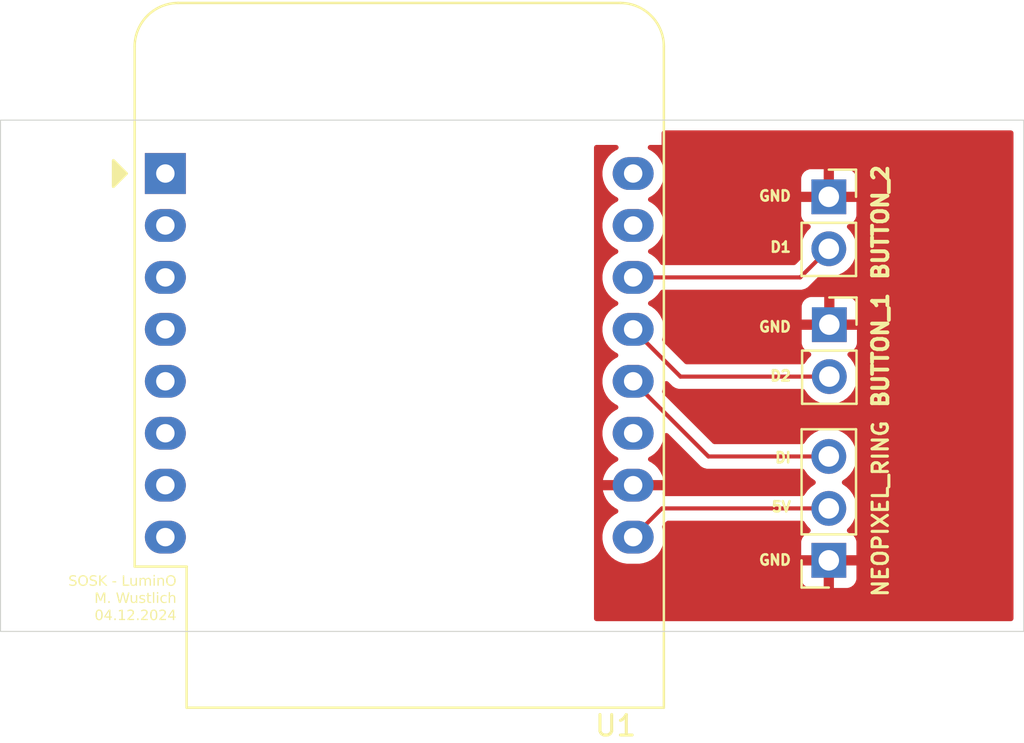
<source format=kicad_pcb>
(kicad_pcb (version 20240108) (generator "pcbnew") (generator_version "8.0")
  (layers (0 "F.Cu" signal) (31 "B.Cu" signal) (34 "B.Paste" user) (35 "F.Paste" user) (36 "B.SilkS" user "B.Silkscreen") (37 "F.SilkS" user "F.Silkscreen") (38 "B.Mask" user) (39 "F.Mask" user) (44 "Edge.Cuts" user))
  (net 0 "")
  (net 1 "Net-(J1-Pin_2)")
  (net 13 "GND")
  (net 14 "Net-(J1-Pin_3)")
  (net 15 "Net-(J2-Pin_2)")
  (net 16 "Net-(J3-Pin_2)")
  (footprint "Connector_PinSocket_2.54mm:PinSocket_1x02_P2.54mm_Vertical" (layer "F.Cu") (at 153.475 79.75)
    (property "Reference" "BUTTON_2" (at 2.525 1.25 90) (layer "F.SilkS") (effects (font (size 0.75 0.75) (thickness 0.1875) (bold yes))))
    (property "Value" "Conn_01x02_Socket")
    (fp_line (start -1.33 1.27) (end -1.33 3.87) (stroke (width 0.12)) (layer "F.SilkS"))
    (fp_line (start -1.33 1.27) (end 1.33 1.27) (stroke (width 0.12)) (layer "F.SilkS"))
    (fp_line (start -1.33 3.87) (end 1.33 3.87) (stroke (width 0.12)) (layer "F.SilkS"))
    (fp_line (start 0 -1.33) (end 1.33 -1.33) (stroke (width 0.12)) (layer "F.SilkS"))
    (fp_line (start 1.33 -1.33) (end 1.33 0) (stroke (width 0.12)) (layer "F.SilkS"))
    (fp_line (start 1.33 1.27) (end 1.33 3.87) (stroke (width 0.12)) (layer "F.SilkS"))
    (pad "1" thru_hole rect (at 0 0) (size 1.7 1.7) (drill 1) (layers "*.Cu" "*.Mask") (net 13 "GND"))
    (pad "2" thru_hole oval (at 0 2.54) (size 1.7 1.7) (drill 1) (layers "*.Cu" "*.Mask") (net 15 "Net-(J2-Pin_2)"))
  )
  (footprint "RF_Module:WEMOS_D1_mini_light" (layer "F.Cu") (at 121.055 78.61)
    (property "Reference" "U1" (at 22 27 0) (layer "F.SilkS"))
    (property "Value" "WEMOS_D1_mini")
    (fp_line (start -1.5 19.22) (end -1.5 -6.21) (stroke (width 0.12)) (layer "F.SilkS"))
    (fp_line (start -1.5 19.22) (end 1.04 19.22) (stroke (width 0.12)) (layer "F.SilkS"))
    (fp_line (start 1.04 19.22) (end 1.04 26.12) (stroke (width 0.12)) (layer "F.SilkS"))
    (fp_line (start 1.04 26.12) (end 24.36 26.12) (stroke (width 0.12)) (layer "F.SilkS"))
    (fp_line (start 22.24 -8.34) (end 0.63 -8.34) (stroke (width 0.12)) (layer "F.SilkS"))
    (fp_line (start 24.36 26.12) (end 24.36 -6.21) (stroke (width 0.12)) (layer "F.SilkS"))
    (fp_arc (start -1.5 -6.21) (mid -0.876137 -7.716137) (end 0.63 -8.34) (stroke (width 0.12)) (layer "F.SilkS"))
    (fp_arc (start 22.23 -8.34) (mid 23.736137 -7.716137) (end 24.36 -6.21) (stroke (width 0.12)) (layer "F.SilkS"))
    (fp_poly (pts (xy -2.54 -0.635) (xy -2.54 0.635) (xy -1.905 0)) (stroke (width 0.15)) (fill solid) (layer "F.SilkS"))
    (pad "1" thru_hole rect (at 0 0) (size 2 2) (drill 0.9) (layers "*.Cu" "*.Mask"))
    (pad "2" thru_hole oval (at 0 2.54) (size 2 1.6) (drill 0.9) (layers "*.Cu" "*.Mask"))
    (pad "3" thru_hole oval (at 0 5.08) (size 2 1.6) (drill 0.9) (layers "*.Cu" "*.Mask"))
    (pad "4" thru_hole oval (at 0 7.62) (size 2 1.6) (drill 0.9) (layers "*.Cu" "*.Mask"))
    (pad "5" thru_hole oval (at 0 10.16) (size 2 1.6) (drill 0.9) (layers "*.Cu" "*.Mask"))
    (pad "6" thru_hole oval (at 0 12.7) (size 2 1.6) (drill 0.9) (layers "*.Cu" "*.Mask"))
    (pad "7" thru_hole oval (at 0 15.24) (size 2 1.6) (drill 0.9) (layers "*.Cu" "*.Mask"))
    (pad "8" thru_hole oval (at 0 17.78) (size 2 1.6) (drill 0.9) (layers "*.Cu" "*.Mask"))
    (pad "9" thru_hole oval (at 22.86 17.78) (size 2 1.6) (drill 0.9) (layers "*.Cu" "*.Mask") (net 1 "Net-(J1-Pin_2)"))
    (pad "10" thru_hole oval (at 22.86 15.24) (size 2 1.6) (drill 0.9) (layers "*.Cu" "*.Mask") (net 13 "GND"))
    (pad "11" thru_hole oval (at 22.86 12.7) (size 2 1.6) (drill 0.9) (layers "*.Cu" "*.Mask"))
    (pad "12" thru_hole oval (at 22.86 10.16) (size 2 1.6) (drill 0.9) (layers "*.Cu" "*.Mask") (net 14 "Net-(J1-Pin_3)"))
    (pad "13" thru_hole oval (at 22.86 7.62) (size 2 1.6) (drill 0.9) (layers "*.Cu" "*.Mask") (net 16 "Net-(J3-Pin_2)"))
    (pad "14" thru_hole oval (at 22.86 5.08) (size 2 1.6) (drill 0.9) (layers "*.Cu" "*.Mask") (net 15 "Net-(J2-Pin_2)"))
    (pad "15" thru_hole oval (at 22.86 2.54) (size 2 1.6) (drill 0.9) (layers "*.Cu" "*.Mask"))
    (pad "16" thru_hole oval (at 22.86 0) (size 2 1.6) (drill 0.9) (layers "*.Cu" "*.Mask"))
    (zone (net 0) (net_name "") (layers "F&B.Cu" "Dwgs.User") (name "No Copper") (connect_pads (clearance 0)) (min_thickness 0.25)
      (keepout (tracks not_allowed) (vias not_allowed) (pads not_allowed) (copperpour not_allowed) (footprints not_allowed))
      (fill (thermal_gap 0.5) (thermal_bridge_width 0.5))
      (polygon (pts (xy 119.705 70.41) (xy 145.305 70.41) (xy 145.305 77.21) (xy 119.705 77.21)))
    )
  )
  (footprint "Connector_PinSocket_2.54mm:PinSocket_1x02_P2.54mm_Vertical" (layer "F.Cu") (at 153.5 86)
    (property "Reference" "BUTTON_1" (at 2.5 1.25 90) (layer "F.SilkS") (effects (font (size 0.75 0.75) (thickness 0.1875) (bold yes))))
    (property "Value" "Conn_01x02_Socket")
    (fp_line (start -1.33 1.27) (end -1.33 3.87) (stroke (width 0.12)) (layer "F.SilkS"))
    (fp_line (start -1.33 1.27) (end 1.33 1.27) (stroke (width 0.12)) (layer "F.SilkS"))
    (fp_line (start -1.33 3.87) (end 1.33 3.87) (stroke (width 0.12)) (layer "F.SilkS"))
    (fp_line (start 0 -1.33) (end 1.33 -1.33) (stroke (width 0.12)) (layer "F.SilkS"))
    (fp_line (start 1.33 -1.33) (end 1.33 0) (stroke (width 0.12)) (layer "F.SilkS"))
    (fp_line (start 1.33 1.27) (end 1.33 3.87) (stroke (width 0.12)) (layer "F.SilkS"))
    (pad "1" thru_hole rect (at 0 0) (size 1.7 1.7) (drill 1) (layers "*.Cu" "*.Mask") (net 13 "GND"))
    (pad "2" thru_hole oval (at 0 2.54) (size 1.7 1.7) (drill 1) (layers "*.Cu" "*.Mask") (net 16 "Net-(J3-Pin_2)"))
  )
  (footprint "Connector_PinSocket_2.54mm:PinSocket_1x03_P2.54mm_Vertical" (layer "F.Cu") (at 153.475 97.525 180)
    (property "Reference" "NEOPIXEL_RING" (at -2.525 2.525 90) (layer "F.SilkS") (effects (font (size 0.75 0.75) (thickness 0.15) (bold yes))))
    (property "Value" "Conn_01x03_Socket" (hide yes))
    (fp_line (start 1.33 1.27) (end 1.33 6.41) (stroke (width 0.12)) (layer "F.SilkS"))
    (fp_line (start 1.33 -1.33) (end 1.33 0) (stroke (width 0.12)) (layer "F.SilkS"))
    (fp_line (start 0 -1.33) (end 1.33 -1.33) (stroke (width 0.12)) (layer "F.SilkS"))
    (fp_line (start -1.33 6.41) (end 1.33 6.41) (stroke (width 0.12)) (layer "F.SilkS"))
    (fp_line (start -1.33 1.27) (end 1.33 1.27) (stroke (width 0.12)) (layer "F.SilkS"))
    (fp_line (start -1.33 1.27) (end -1.33 6.41) (stroke (width 0.12)) (layer "F.SilkS"))
    (pad "1" thru_hole rect (at 0 0 180) (size 1.7 1.7) (drill 1) (layers "*.Cu" "*.Mask") (net 13 "GND"))
    (pad "2" thru_hole oval (at 0 2.54 180) (size 1.7 1.7) (drill 1) (layers "*.Cu" "*.Mask") (net 1 "Net-(J1-Pin_2)"))
    (pad "3" thru_hole oval (at 0 5.08 180) (size 1.7 1.7) (drill 1) (layers "*.Cu" "*.Mask") (net 14 "Net-(J1-Pin_3)"))
  )
  (gr_rect (start 113 76) (end 163 101) (stroke (width 0.05)) (fill none) (layer "Edge.Cuts"))
  (gr_text "GND" (at 150 86.4 0) (layer "F.SilkS") (effects (font (size 0.5 0.5) (thickness 0.125) (bold yes)) (justify left bottom)))
  (gr_text "5V\n" (at 150.619049 95.2 0) (layer "F.SilkS") (effects (font (size 0.5 0.5) (thickness 0.125) (bold yes)) (justify left bottom)))
  (gr_text "GND" (at 150 97.8 0) (layer "F.SilkS") (effects (font (size 0.5 0.5) (thickness 0.125) (bold yes)) (justify left bottom)))
  (gr_text "GND" (at 150 80 0) (layer "F.SilkS") (effects (font (size 0.5 0.5) (thickness 0.125) (bold yes)) (justify left bottom)))
  (gr_text "D1" (at 150.54762 82.5 0) (layer "F.SilkS") (effects (font (size 0.5 0.5) (thickness 0.125) (bold yes)) (justify left bottom)))
  (gr_text "D2" (at 150.54762 88.8 0) (layer "F.SilkS") (effects (font (size 0.5 0.5) (thickness 0.125) (bold yes)) (justify left bottom)))
  (gr_text "DI" (at 150.785715 92.8 0) (layer "F.SilkS") (effects (font (size 0.5 0.5) (thickness 0.125) (bold yes)) (justify left bottom)))
  (gr_text "SOSK - LuminO\nM. Wustlich\n04.12.2024" (at 121.6 99.4 0) (layer "F.SilkS") (effects (font (size 0.5 0.5) (thickness 0.125)) (justify right)))
  (segment (start 153.475 94.985) (end 145.32 94.985) (width 0.2) (layer "F.Cu") (net 1))
  (segment (start 145.32 94.985) (end 143.915 96.39) (width 0.2) (layer "F.Cu") (net 1))
  (segment (start 147.59 92.445) (end 143.915 88.77) (width 0.2) (layer "F.Cu") (net 14))
  (segment (start 143.915 88.77) (end 144.435 88.25) (width 0.2) (layer "F.Cu") (net 14))
  (segment (start 153.475 92.445) (end 147.59 92.445) (width 0.2) (layer "F.Cu") (net 14))
  (segment (start 152.075 83.69) (end 143.915 83.69) (width 0.2) (layer "F.Cu") (net 15))
  (segment (start 153.475 82.29) (end 152.075 83.69) (width 0.2) (layer "F.Cu") (net 15))
  (segment (start 153.5 88.54) (end 146.225 88.54) (width 0.2) (layer "F.Cu") (net 16))
  (segment (start 146.225 88.54) (end 143.915 86.23) (width 0.2) (layer "F.Cu") (net 16))
  (zone (net 13) (net_name "GND") (layer "F.Cu") (connect_pads (clearance 0.5)) (min_thickness 0.25) (fill yes (thermal_gap 0.5) (thermal_bridge_width 0.5))
    (polygon (pts (xy 142 76.5) (xy 162.5 76.5) (xy 162.5 100.5) (xy 142 100.5)))
  )
)
</source>
